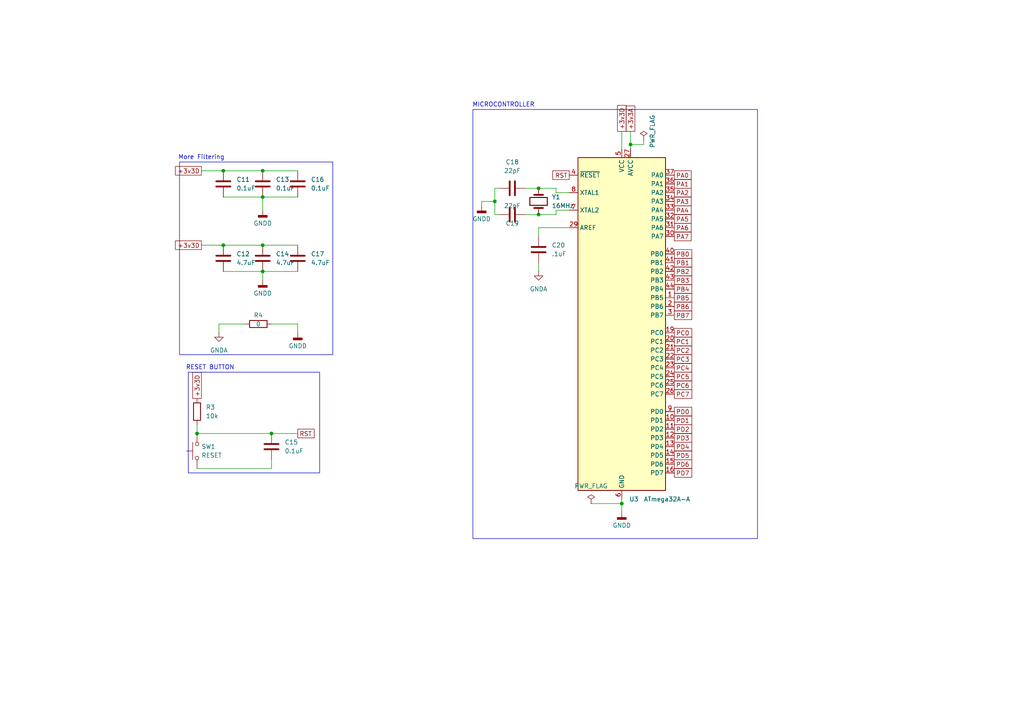
<source format=kicad_sch>
(kicad_sch (version 20250114) (generator "eeschema") (generator_version "9.0")
  (paper "A4")
  (lib_symbols
    (symbol "Device:C" (pin_numbers (hide yes)) (pin_names (offset 0.254))
      (property "Reference" "C" (at 0.635 2.54 0))
      (property "Value" "C" (at 0.635 -2.54 0))
      (symbol "C_0_1"
        (polyline (pts (xy -2.032 0.762) (xy 2.032 0.762)) (stroke (width 0.508)))
        (polyline (pts (xy -2.032 -0.762) (xy 2.032 -0.762)) (stroke (width 0.508)))
      )
      (symbol "C_1_1"
        (pin passive line (at 0 3.81 270) (length 2.794) (name "~") (number "1"))
        (pin passive line (at 0 -3.81 90) (length 2.794) (name "~") (number "2"))
      )
    )
    (symbol "Device:Crystal" (pin_numbers (hide yes)) (pin_names (offset 1.016) (hide yes))
      (property "Reference" "Y" (at 0 3.81 0))
      (property "Value" "Crystal" (at 0 -3.81 0))
      (symbol "Crystal_0_1"
        (polyline (pts (xy -2.54 0) (xy -1.905 0)))
        (polyline (pts (xy -1.905 -1.27) (xy -1.905 1.27)) (stroke (width 0.508)))
        (rectangle (start -1.143 2.54) (end 1.143 -2.54) (stroke (width 0.3048)))
        (polyline (pts (xy 1.905 -1.27) (xy 1.905 1.27)) (stroke (width 0.508)))
        (polyline (pts (xy 2.54 0) (xy 1.905 0)))
      )
      (symbol "Crystal_1_1"
        (pin passive line (at -3.81 0 0) (length 1.27) (name "1") (number "1"))
        (pin passive line (at 3.81 0 180) (length 1.27) (name "2") (number "2"))
      )
    )
    (symbol "Device:R" (pin_numbers (hide yes)) (pin_names (offset 0))
      (property "Reference" "R" (at 2.032 0 90))
      (property "Value" "R" (at 0 0 90))
      (symbol "R_0_1"
        (rectangle (start -1.016 -2.54) (end 1.016 2.54) (stroke (width 0.254)))
      )
      (symbol "R_1_1"
        (pin passive line (at 0 3.81 270) (length 1.27) (name "~") (number "1"))
        (pin passive line (at 0 -3.81 90) (length 1.27) (name "~") (number "2"))
      )
    )
    (symbol "MCU_Microchip_ATmega:ATmega32A-A"
      (property "Reference" "U" (at -12.7 49.53 0))
      (property "Value" "ATmega32A-A" (at 2.54 -49.53 0))
      (symbol "ATmega32A-A_0_1"
        (rectangle (start -12.7 -48.26) (end 12.7 48.26) (stroke (width 0.254)) (fill (type background)))
      )
      (symbol "ATmega32A-A_1_1"
        (pin input line (at -15.24 43.18 0) (length 2.54) (name "~{RESET}") (number "4"))
        (pin input line (at -15.24 38.1 0) (length 2.54) (name "XTAL1") (number "8"))
        (pin output line (at -15.24 33.02 0) (length 2.54) (name "XTAL2") (number "7"))
        (pin passive line (at -15.24 27.94 0) (length 2.54) (name "AREF") (number "29"))
        (pin passive line (at 0 50.8 270) (length 2.54) (hide yes) (name "VCC") (number "17"))
        (pin passive line (at 0 50.8 270) (length 2.54) (hide yes) (name "VCC") (number "38"))
        (pin power_in line (at 0 50.8 270) (length 2.54) (name "VCC") (number "5"))
        (pin passive line (at 0 -50.8 90) (length 2.54) (hide yes) (name "GND") (number "18"))
        (pin passive line (at 0 -50.8 90) (length 2.54) (hide yes) (name "GND") (number "28"))
        (pin passive line (at 0 -50.8 90) (length 2.54) (hide yes) (name "GND") (number "39"))
        (pin power_in line (at 0 -50.8 90) (length 2.54) (name "GND") (number "6"))
        (pin power_in line (at 2.54 50.8 270) (length 2.54) (name "AVCC") (number "27"))
        (pin bidirectional line (at 15.24 43.18 180) (length 2.54) (name "PA0") (number "37"))
        (pin bidirectional line (at 15.24 40.64 180) (length 2.54) (name "PA1") (number "36"))
        (pin bidirectional line (at 15.24 38.1 180) (length 2.54) (name "PA2") (number "35"))
        (pin bidirectional line (at 15.24 35.56 180) (length 2.54) (name "PA3") (number "34"))
        (pin bidirectional line (at 15.24 33.02 180) (length 2.54) (name "PA4") (number "33"))
        (pin bidirectional line (at 15.24 30.48 180) (length 2.54) (name "PA5") (number "32"))
        (pin bidirectional line (at 15.24 27.94 180) (length 2.54) (name "PA6") (number "31"))
        (pin bidirectional line (at 15.24 25.4 180) (length 2.54) (name "PA7") (number "30"))
        (pin bidirectional line (at 15.24 20.32 180) (length 2.54) (name "PB0") (number "40"))
        (pin bidirectional line (at 15.24 17.78 180) (length 2.54) (name "PB1") (number "41"))
        (pin bidirectional line (at 15.24 15.24 180) (length 2.54) (name "PB2") (number "42"))
        (pin bidirectional line (at 15.24 12.7 180) (length 2.54) (name "PB3") (number "43"))
        (pin bidirectional line (at 15.24 10.16 180) (length 2.54) (name "PB4") (number "44"))
        (pin bidirectional line (at 15.24 7.62 180) (length 2.54) (name "PB5") (number "1"))
        (pin bidirectional line (at 15.24 5.08 180) (length 2.54) (name "PB6") (number "2"))
        (pin bidirectional line (at 15.24 2.54 180) (length 2.54) (name "PB7") (number "3"))
        (pin bidirectional line (at 15.24 -2.54 180) (length 2.54) (name "PC0") (number "19"))
        (pin bidirectional line (at 15.24 -5.08 180) (length 2.54) (name "PC1") (number "20"))
        (pin bidirectional line (at 15.24 -7.62 180) (length 2.54) (name "PC2") (number "21"))
        (pin bidirectional line (at 15.24 -10.16 180) (length 2.54) (name "PC3") (number "22"))
        (pin bidirectional line (at 15.24 -12.7 180) (length 2.54) (name "PC4") (number "23"))
        (pin bidirectional line (at 15.24 -15.24 180) (length 2.54) (name "PC5") (number "24"))
        (pin bidirectional line (at 15.24 -17.78 180) (length 2.54) (name "PC6") (number "25"))
        (pin bidirectional line (at 15.24 -20.32 180) (length 2.54) (name "PC7") (number "26"))
        (pin bidirectional line (at 15.24 -25.4 180) (length 2.54) (name "PD0") (number "9"))
        (pin bidirectional line (at 15.24 -27.94 180) (length 2.54) (name "PD1") (number "10"))
        (pin bidirectional line (at 15.24 -30.48 180) (length 2.54) (name "PD2") (number "11"))
        (pin bidirectional line (at 15.24 -33.02 180) (length 2.54) (name "PD3") (number "12"))
        (pin bidirectional line (at 15.24 -35.56 180) (length 2.54) (name "PD4") (number "13"))
        (pin bidirectional line (at 15.24 -38.1 180) (length 2.54) (name "PD5") (number "14"))
        (pin bidirectional line (at 15.24 -40.64 180) (length 2.54) (name "PD6") (number "15"))
        (pin bidirectional line (at 15.24 -43.18 180) (length 2.54) (name "PD7") (number "16"))
      )
    )
    (symbol "Switch:SW_Push" (pin_numbers (hide yes)) (pin_names (offset 1.016) (hide yes))
      (property "Reference" "SW" (at 1.27 2.54 0))
      (property "Value" "SW_Push" (at 0 -1.524 0))
      (symbol "SW_Push_0_1"
        (circle (center -2.032 0) (radius 0.508))
        (polyline (pts (xy 0 1.27) (xy 0 3.048)))
        (circle (center 2.032 0) (radius 0.508))
        (polyline (pts (xy 2.54 1.27) (xy -2.54 1.27)))
        (pin passive line (at -5.08 0 0) (length 2.54) (name "1") (number "1"))
        (pin passive line (at 5.08 0 180) (length 2.54) (name "2") (number "2"))
      )
    )
    (symbol "power:GNDA" (power) (pin_numbers (hide yes)) (pin_names (offset 0) (hide yes))
      (property "Value" "GNDA" (at 0 -3.81 0))
      (symbol "GNDA_0_1"
        (polyline (pts (xy 0 0) (xy 0 -1.27) (xy 1.27 -1.27) (xy 0 -2.54) (xy -1.27 -1.27) (xy 0 -1.27)))
      )
      (symbol "GNDA_1_1"
        (pin power_in line (at 0 0 270) (length 0) (name "~") (number "1"))
      )
    )
    (symbol "power:GNDD" (power) (pin_numbers (hide yes)) (pin_names (offset 0) (hide yes))
      (property "Value" "GNDD" (at 0 -3.175 0))
      (symbol "GNDD_0_1"
        (rectangle (start -1.27 -1.524) (end 1.27 -2.032) (stroke (width 0.254)) (fill (type outline)))
        (polyline (pts (xy 0 0) (xy 0 -1.524)))
      )
      (symbol "GNDD_1_1"
        (pin power_in line (at 0 0 270) (length 0) (name "~") (number "1"))
      )
    )
    (symbol "power:PWR_FLAG" (power) (pin_numbers (hide yes)) (pin_names (offset 0) (hide yes))
      (property "Value" "PWR_FLAG" (at 0 3.81 0))
      (symbol "PWR_FLAG_0_0"
        (pin power_out line (at 0 0 90) (length 0) (name "~") (number "1"))
      )
      (symbol "PWR_FLAG_0_1"
        (polyline (pts (xy 0 0) (xy 0 1.27) (xy -1.016 1.905) (xy 0 2.54) (xy 1.016 1.905) (xy 0 1.27)))
      )
    )
  )
  (rectangle (start 54.61 107.95) (end 92.71 137.16))
  (rectangle (start 137.16 31.75) (end 219.71 156.21))
  (rectangle (start 52.07 46.99) (end 96.52 102.87))
  (text "MICROCONTROLLER" (at 146.05 30.48 0) (effects (font (size 1.27 1.27))))
  (text "RESET BUTTON" (at 60.96 106.68 0) (effects (font (size 1.27 1.27))))
  (text "More Filtering" (at 58.42 45.72 0) (effects (font (size 1.27 1.27))))
  (junction (at 78.74 125.73))
  (junction (at 156.21 62.23))
  (junction (at 180.34 146.05))
  (junction (at 64.77 49.53))
  (junction (at 76.2 71.12))
  (junction (at 76.2 57.15))
  (junction (at 156.21 54.61))
  (junction (at 76.2 49.53))
  (junction (at 76.2 78.74))
  (junction (at 64.77 71.12))
  (junction (at 143.51 58.42))
  (junction (at 182.88 41.91))
  (junction (at 57.15 125.73))
  (wire (pts (xy 156.21 62.23) (xy 161.29 62.23)))
  (wire (pts (xy 76.2 49.53) (xy 86.36 49.53)))
  (wire (pts (xy 76.2 78.74) (xy 76.2 81.28)))
  (wire (pts (xy 182.88 41.91) (xy 186.69 41.91)))
  (wire (pts (xy 186.69 41.91) (xy 186.69 40.64)))
  (wire (pts (xy 180.34 144.78) (xy 180.34 146.05)))
  (wire (pts (xy 180.34 38.1) (xy 180.34 43.18)))
  (wire (pts (xy 152.4 54.61) (xy 156.21 54.61)))
  (wire (pts (xy 78.74 135.89) (xy 78.74 133.35)))
  (wire (pts (xy 64.77 49.53) (xy 76.2 49.53)))
  (wire (pts (xy 76.2 57.15) (xy 86.36 57.15)))
  (wire (pts (xy 139.7 58.42) (xy 143.51 58.42)))
  (wire (pts (xy 165.1 66.04) (xy 156.21 66.04)))
  (wire (pts (xy 63.5 93.98) (xy 71.12 93.98)))
  (wire (pts (xy 156.21 66.04) (xy 156.21 68.58)))
  (wire (pts (xy 156.21 54.61) (xy 161.29 54.61)))
  (wire (pts (xy 165.1 60.96) (xy 161.29 60.96)))
  (wire (pts (xy 58.42 49.53) (xy 64.77 49.53)))
  (wire (pts (xy 57.15 123.19) (xy 57.15 125.73)))
  (wire (pts (xy 86.36 93.98) (xy 86.36 96.52)))
  (wire (pts (xy 64.77 78.74) (xy 76.2 78.74)))
  (wire (pts (xy 64.77 71.12) (xy 76.2 71.12)))
  (wire (pts (xy 76.2 71.12) (xy 86.36 71.12)))
  (wire (pts (xy 57.15 125.73) (xy 78.74 125.73)))
  (wire (pts (xy 76.2 78.74) (xy 86.36 78.74)))
  (wire (pts (xy 63.5 96.52) (xy 63.5 93.98)))
  (wire (pts (xy 58.42 71.12) (xy 64.77 71.12)))
  (wire (pts (xy 78.74 93.98) (xy 86.36 93.98)))
  (wire (pts (xy 180.34 146.05) (xy 180.34 148.59)))
  (wire (pts (xy 143.51 58.42) (xy 143.51 62.23)))
  (wire (pts (xy 143.51 62.23) (xy 144.78 62.23)))
  (wire (pts (xy 171.45 146.05) (xy 180.34 146.05)))
  (wire (pts (xy 161.29 55.88) (xy 165.1 55.88)))
  (wire (pts (xy 144.78 54.61) (xy 143.51 54.61)))
  (wire (pts (xy 143.51 54.61) (xy 143.51 58.42)))
  (wire (pts (xy 78.74 125.73) (xy 86.36 125.73)))
  (wire (pts (xy 182.88 38.1) (xy 182.88 41.91)))
  (wire (pts (xy 156.21 76.2) (xy 156.21 78.74)))
  (wire (pts (xy 139.7 59.69) (xy 139.7 58.42)))
  (wire (pts (xy 161.29 54.61) (xy 161.29 55.88)))
  (wire (pts (xy 64.77 57.15) (xy 76.2 57.15)))
  (wire (pts (xy 182.88 41.91) (xy 182.88 43.18)))
  (wire (pts (xy 152.4 62.23) (xy 156.21 62.23)))
  (wire (pts (xy 76.2 57.15) (xy 76.2 60.96)))
  (wire (pts (xy 161.29 60.96) (xy 161.29 62.23)))
  (wire (pts (xy 57.15 135.89) (xy 78.74 135.89)))
  (global_label "PA0" (shape passive) (at 195.58 50.8 0) (property "Intersheetrefs" "${INTERSHEET_REFS}" (effects (hide yes))))
  (global_label "PC2" (shape passive) (at 195.58 101.6 0) (property "Intersheetrefs" "${INTERSHEET_REFS}" (effects (hide yes))))
  (global_label "PA7" (shape passive) (at 195.58 68.58 0) (property "Intersheetrefs" "${INTERSHEET_REFS}" (effects (hide yes))))
  (global_label "PB7" (shape passive) (at 195.58 91.44 0) (property "Intersheetrefs" "${INTERSHEET_REFS}" (effects (hide yes))))
  (global_label "+3v3D" (shape passive) (at 58.42 71.12 180) (property "Intersheetrefs" "${INTERSHEET_REFS}" (effects (hide yes))))
  (global_label "RST" (shape passive) (at 86.36 125.73 0) (property "Intersheetrefs" "${INTERSHEET_REFS}" (effects (hide yes))))
  (global_label "PB5" (shape passive) (at 195.58 86.36 0) (property "Intersheetrefs" "${INTERSHEET_REFS}" (effects (hide yes))))
  (global_label "PD5" (shape passive) (at 195.58 132.08 0) (property "Intersheetrefs" "${INTERSHEET_REFS}" (effects (hide yes))))
  (global_label "PC5" (shape passive) (at 195.58 109.22 0) (property "Intersheetrefs" "${INTERSHEET_REFS}" (effects (hide yes))))
  (global_label "PA5" (shape passive) (at 195.58 63.5 0) (property "Intersheetrefs" "${INTERSHEET_REFS}" (effects (hide yes))))
  (global_label "PA3" (shape passive) (at 195.58 58.42 0) (property "Intersheetrefs" "${INTERSHEET_REFS}" (effects (hide yes))))
  (global_label "PA6" (shape passive) (at 195.58 66.04 0) (property "Intersheetrefs" "${INTERSHEET_REFS}" (effects (hide yes))))
  (global_label "PC4" (shape passive) (at 195.58 106.68 0) (property "Intersheetrefs" "${INTERSHEET_REFS}" (effects (hide yes))))
  (global_label "PC1" (shape passive) (at 195.58 99.06 0) (property "Intersheetrefs" "${INTERSHEET_REFS}" (effects (hide yes))))
  (global_label "PA2" (shape passive) (at 195.58 55.88 0) (property "Intersheetrefs" "${INTERSHEET_REFS}" (effects (hide yes))))
  (global_label "PB4" (shape passive) (at 195.58 83.82 0) (property "Intersheetrefs" "${INTERSHEET_REFS}" (effects (hide yes))))
  (global_label "PB3" (shape passive) (at 195.58 81.28 0) (property "Intersheetrefs" "${INTERSHEET_REFS}" (effects (hide yes))))
  (global_label "PC7" (shape passive) (at 195.58 114.3 0) (property "Intersheetrefs" "${INTERSHEET_REFS}" (effects (hide yes))))
  (global_label "PB2" (shape passive) (at 195.58 78.74 0) (property "Intersheetrefs" "${INTERSHEET_REFS}" (effects (hide yes))))
  (global_label "PA1" (shape passive) (at 195.58 53.34 0) (property "Intersheetrefs" "${INTERSHEET_REFS}" (effects (hide yes))))
  (global_label "PB1" (shape passive) (at 195.58 76.2 0) (property "Intersheetrefs" "${INTERSHEET_REFS}" (effects (hide yes))))
  (global_label "PD7" (shape passive) (at 195.58 137.16 0) (property "Intersheetrefs" "${INTERSHEET_REFS}" (effects (hide yes))))
  (global_label "PC6" (shape passive) (at 195.58 111.76 0) (property "Intersheetrefs" "${INTERSHEET_REFS}" (effects (hide yes))))
  (global_label "PD0" (shape passive) (at 195.58 119.38 0) (property "Intersheetrefs" "${INTERSHEET_REFS}" (effects (hide yes))))
  (global_label "PD2" (shape passive) (at 195.58 124.46 0) (property "Intersheetrefs" "${INTERSHEET_REFS}" (effects (hide yes))))
  (global_label "PD4" (shape passive) (at 195.58 129.54 0) (property "Intersheetrefs" "${INTERSHEET_REFS}" (effects (hide yes))))
  (global_label "+3v3D" (shape passive) (at 58.42 49.53 180) (property "Intersheetrefs" "${INTERSHEET_REFS}" (effects (hide yes))))
  (global_label "PD6" (shape passive) (at 195.58 134.62 0) (property "Intersheetrefs" "${INTERSHEET_REFS}" (effects (hide yes))))
  (global_label "PC0" (shape passive) (at 195.58 96.52 0) (property "Intersheetrefs" "${INTERSHEET_REFS}" (effects (hide yes))))
  (global_label "PA4" (shape passive) (at 195.58 60.96 0) (property "Intersheetrefs" "${INTERSHEET_REFS}" (effects (hide yes))))
  (global_label "+3v3D" (shape passive) (at 57.15 115.57 90) (property "Intersheetrefs" "${INTERSHEET_REFS}" (effects (hide yes))))
  (global_label "+3v3A" (shape passive) (at 182.88 38.1 90) (property "Intersheetrefs" "${INTERSHEET_REFS}" (effects (hide yes))))
  (global_label "PC3" (shape passive) (at 195.58 104.14 0) (property "Intersheetrefs" "${INTERSHEET_REFS}" (effects (hide yes))))
  (global_label "PD1" (shape passive) (at 195.58 121.92 0) (property "Intersheetrefs" "${INTERSHEET_REFS}" (effects (hide yes))))
  (global_label "PB6" (shape passive) (at 195.58 88.9 0) (property "Intersheetrefs" "${INTERSHEET_REFS}" (effects (hide yes))))
  (global_label "+3v3D" (shape passive) (at 180.34 38.1 90) (property "Intersheetrefs" "${INTERSHEET_REFS}" (effects (hide yes))))
  (global_label "RST" (shape passive) (at 165.1 50.8 180) (property "Intersheetrefs" "${INTERSHEET_REFS}" (effects (hide yes))))
  (global_label "PB0" (shape passive) (at 195.58 73.66 0) (property "Intersheetrefs" "${INTERSHEET_REFS}" (effects (hide yes))))
  (global_label "PD3" (shape passive) (at 195.58 127 0) (property "Intersheetrefs" "${INTERSHEET_REFS}" (effects (hide yes))))
  (symbol (lib_id "Device:C") (at 64.77 53.34 0) (unit 1)
    (property "Reference" "C11" (at 68.58 52.0699 0) (effects (justify left)))
    (property "Value" "0.1uF" (at 68.58 54.6099 0) (effects (justify left)))
    (property "Footprint" "Capacitor_SMD:C_0603_1608Metric" (effects (hide yes)))
    (property "Description" "Unpolarized capacitor" (effects (hide yes)))
  )
  (symbol (lib_id "power:GNDA") (at 63.5 96.52 0) (unit 1)
    (property "Reference" "#PWR011" (effects (hide yes)))
    (property "Value" "GNDA" (at 63.5 101.6 0))
    (property "Description" "Power symbol creates a global label with name \"GNDA\" , analog ground" (effects (hide yes)))
  )
  (symbol (lib_id "Device:Crystal") (at 156.21 58.42 90) (unit 1)
    (property "Reference" "Y1" (at 160.02 57.1499 90) (effects (justify right)))
    (property "Value" "16MHz" (at 160.02 59.6899 90) (effects (justify right)))
    (property "Footprint" "Crystal:Crystal_SMD_0603-2Pin_6.0x3.5mm" (effects (hide yes)))
    (property "Description" "Two pin crystal" (effects (hide yes)))
  )
  (symbol (lib_id "Device:C") (at 156.21 72.39 0) (unit 1)
    (property "Reference" "C20" (at 160.02 71.1199 0) (effects (justify left)))
    (property "Value" ".1uF" (at 160.02 73.6599 0) (effects (justify left)))
    (property "Footprint" "Capacitor_SMD:C_0603_1608Metric" (effects (hide yes)))
    (property "Description" "Unpolarized capacitor" (effects (hide yes)))
  )
  (symbol (lib_id "power:PWR_FLAG") (at 186.69 40.64 0) (unit 1)
    (property "Reference" "#FLG04" (effects (hide yes)))
    (property "Value" "PWR_FLAG" (at 189.23 38.1 90))
    (property "Description" "Special symbol for telling ERC where power comes from" (effects (hide yes)))
  )
  (symbol (lib_id "Device:C") (at 86.36 53.34 0) (unit 1)
    (property "Reference" "C16" (at 90.17 52.0699 0) (effects (justify left)))
    (property "Value" "0.1uF" (at 90.17 54.6099 0) (effects (justify left)))
    (property "Footprint" "Capacitor_SMD:C_0603_1608Metric" (effects (hide yes)))
    (property "Description" "Unpolarized capacitor" (effects (hide yes)))
  )
  (symbol (lib_id "MCU_Microchip_ATmega:ATmega32A-A") (at 180.34 93.98 0) (unit 1)
    (property "Reference" "U3" (at 182.4833 144.78 0) (effects (justify left)))
    (property "Value" "ATmega32A-A" (at 186.69 144.78 0) (effects (justify left)))
    (property "Footprint" "Package_QFP:TQFP-44_10x10mm_P0.8mm" (effects (hide yes)))
    (property "Datasheet" "http://ww1.microchip.com/downloads/en/DeviceDoc/atmel-8155-8-bit-microcontroller-avr-atmega32a_datasheet.pdf" (effects (hide yes)))
    (property "Description" "16MHz, 32kB Flash, 2kB SRAM, 1kB EEPROM, JTAG, TQFP-44" (effects (hide yes)))
  )
  (symbol (lib_id "Device:C") (at 148.59 54.61 90) (unit 1)
    (property "Reference" "C18" (at 148.59 46.99 90))
    (property "Value" "22pF" (at 148.59 49.53 90))
    (property "Footprint" "Capacitor_SMD:C_0603_1608Metric" (effects (hide yes)))
    (property "Description" "Unpolarized capacitor" (effects (hide yes)))
  )
  (symbol (lib_id "Device:C") (at 148.59 62.23 90) (unit 1)
    (property "Reference" "C19" (at 148.59 64.77 90))
    (property "Value" "22pF" (at 148.59 59.69 90))
    (property "Footprint" "Capacitor_SMD:C_0603_1608Metric" (effects (hide yes)))
    (property "Description" "Unpolarized capacitor" (effects (hide yes)))
  )
  (symbol (lib_id "Device:C") (at 86.36 74.93 0) (unit 1)
    (property "Reference" "C17" (at 90.17 73.6599 0) (effects (justify left)))
    (property "Value" "4.7uF" (at 90.17 76.1999 0) (effects (justify left)))
    (property "Footprint" "Capacitor_SMD:C_0603_1608Metric" (effects (hide yes)))
    (property "Description" "Unpolarized capacitor" (effects (hide yes)))
  )
  (symbol (lib_id "Device:C") (at 78.74 129.54 0) (unit 1)
    (property "Reference" "C15" (at 82.55 128.2699 0) (effects (justify left)))
    (property "Value" "0.1uF" (at 82.55 130.8099 0) (effects (justify left)))
    (property "Footprint" "Capacitor_SMD:C_0603_1608Metric" (effects (hide yes)))
    (property "Description" "Unpolarized capacitor" (effects (hide yes)))
  )
  (symbol (lib_id "power:GNDD") (at 76.2 60.96 0) (unit 1)
    (property "Reference" "#PWR012" (effects (hide yes)))
    (property "Value" "GNDD" (at 76.2 64.77 0))
    (property "Description" "Power symbol creates a global label with name \"GNDD\" , digital ground" (effects (hide yes)))
  )
  (symbol (lib_id "Device:R") (at 74.93 93.98 90) (unit 1)
    (property "Reference" "R4" (at 74.93 91.44 90))
    (property "Value" "0" (at 74.93 93.98 90))
    (property "Footprint" "Resistor_SMD:R_0603_1608Metric" (effects (hide yes)))
    (property "Description" "Resistor" (effects (hide yes)))
  )
  (symbol (lib_id "Switch:SW_Push") (at 57.15 130.81 90) (unit 1)
    (property "Reference" "SW1" (at 58.42 129.5399 90) (effects (justify right)))
    (property "Value" "RESET" (at 58.42 132.0799 90) (effects (justify right)))
    (property "Footprint" "Button_Switch_THT:SW_PUSH_6mm_H4.3mm" (effects (hide yes)))
    (property "Description" "Push button switch, generic, two pins" (effects (hide yes)))
  )
  (symbol (lib_id "power:GNDD") (at 180.34 148.59 0) (unit 1)
    (property "Reference" "#PWR018" (effects (hide yes)))
    (property "Value" "GNDD" (at 180.34 152.4 0))
    (property "Description" "Power symbol creates a global label with name \"GNDD\" , digital ground" (effects (hide yes)))
  )
  (symbol (lib_id "power:GNDD") (at 76.2 81.28 0) (unit 1)
    (property "Reference" "#PWR013" (effects (hide yes)))
    (property "Value" "GNDD" (at 76.2 85.09 0))
    (property "Description" "Power symbol creates a global label with name \"GNDD\" , digital ground" (effects (hide yes)))
  )
  (symbol (lib_id "power:GNDD") (at 139.7 59.69 0) (unit 1)
    (property "Reference" "#PWR015" (effects (hide yes)))
    (property "Value" "GNDD" (at 139.7 63.5 0))
    (property "Description" "Power symbol creates a global label with name \"GNDD\" , digital ground" (effects (hide yes)))
  )
  (symbol (lib_id "power:GNDA") (at 156.21 78.74 0) (unit 1)
    (property "Reference" "#PWR016" (effects (hide yes)))
    (property "Value" "GNDA" (at 156.21 83.82 0))
    (property "Description" "Power symbol creates a global label with name \"GNDA\" , analog ground" (effects (hide yes)))
  )
  (symbol (lib_id "Device:C") (at 64.77 74.93 0) (unit 1)
    (property "Reference" "C12" (at 68.58 73.6599 0) (effects (justify left)))
    (property "Value" "4.7uF" (at 68.58 76.1999 0) (effects (justify left)))
    (property "Footprint" "Capacitor_SMD:C_0603_1608Metric" (effects (hide yes)))
    (property "Description" "Unpolarized capacitor" (effects (hide yes)))
  )
  (symbol (lib_id "Device:C") (at 76.2 53.34 0) (unit 1)
    (property "Reference" "C13" (at 80.01 52.0699 0) (effects (justify left)))
    (property "Value" "0.1uF" (at 80.01 54.6099 0) (effects (justify left)))
    (property "Footprint" "Capacitor_SMD:C_0603_1608Metric" (effects (hide yes)))
    (property "Description" "Unpolarized capacitor" (effects (hide yes)))
  )
  (symbol (lib_id "power:PWR_FLAG") (at 171.45 146.05 0) (unit 1)
    (property "Reference" "#FLG03" (effects (hide yes)))
    (property "Value" "PWR_FLAG" (at 171.45 140.97 0))
    (property "Description" "Special symbol for telling ERC where power comes from" (effects (hide yes)))
  )
  (symbol (lib_id "Device:R") (at 57.15 119.38 0) (unit 1)
    (property "Reference" "R3" (at 59.69 118.1099 0) (effects (justify left)))
    (property "Value" "10k" (at 59.69 120.6499 0) (effects (justify left)))
    (property "Footprint" "Resistor_SMD:R_0603_1608Metric" (effects (hide yes)))
    (property "Description" "Resistor" (effects (hide yes)))
  )
  (symbol (lib_id "Device:C") (at 76.2 74.93 0) (unit 1)
    (property "Reference" "C14" (at 80.01 73.6599 0) (effects (justify left)))
    (property "Value" "4.7uF" (at 80.01 76.1999 0) (effects (justify left)))
    (property "Footprint" "Capacitor_SMD:C_0603_1608Metric" (effects (hide yes)))
    (property "Description" "Unpolarized capacitor" (effects (hide yes)))
  )
  (symbol (lib_id "power:GNDD") (at 86.36 96.52 0) (unit 1)
    (property "Reference" "#PWR014" (effects (hide yes)))
    (property "Value" "GNDD" (at 86.36 100.33 0))
    (property "Description" "Power symbol creates a global label with name \"GNDD\" , digital ground" (effects (hide yes)))
  )
)
</source>
